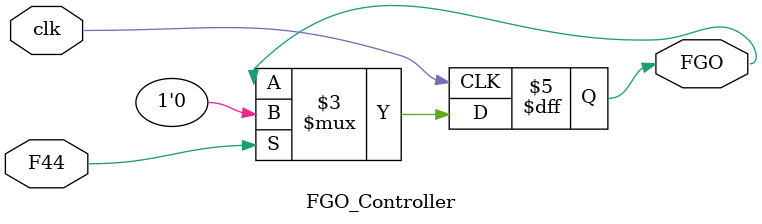
<source format=v>
`timescale 1ns / 1ps
module FGO_Controller (
    input wire clk,
    input wire F44,
    output reg FGO
);

    initial begin
        FGO = 1'b1;  // Initialize FGO to 1
    end

    always @(posedge clk) begin
        if (F44)
            FGO <= 1'b0;  // Reset FGO to 0 when F44 is activated
    end

endmodule


</source>
